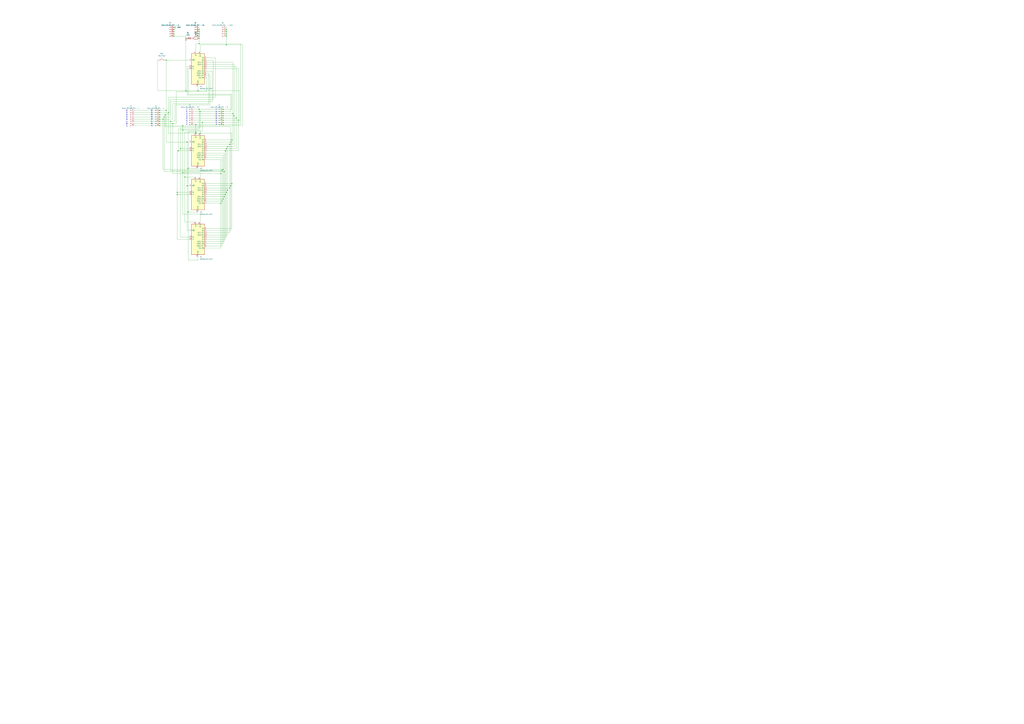
<source format=kicad_sch>
(kicad_sch (version 20231120) (generator "eeschema") (generator_version "8.0")
  (paper "A0")
  (lib_symbols
    (symbol "Connector:Conn_01x05_Pin" (pin_names (offset 1.016) hide)
      (property "Reference" "J" (at 0 7.62 0))
      (property "Value" "Conn_01x05_Pin" (at 0 -7.62 0))
      (symbol "Conn_01x05_Pin_1_1"
        (polyline (pts (xy 1.27 -5.08) (xy 0.8636 -5.08)) (stroke (width 0.1524)))
        (polyline (pts (xy 1.27 -2.54) (xy 0.8636 -2.54)) (stroke (width 0.1524)))
        (polyline (pts (xy 1.27 0) (xy 0.8636 0)) (stroke (width 0.1524)))
        (polyline (pts (xy 1.27 2.54) (xy 0.8636 2.54)) (stroke (width 0.1524)))
        (polyline (pts (xy 1.27 5.08) (xy 0.8636 5.08)) (stroke (width 0.1524)))
        (rectangle (start 0.8636 -4.953) (end 0 -5.207) (stroke (width 0.1524)) (fill (type outline)))
        (rectangle (start 0.8636 -2.413) (end 0 -2.667) (stroke (width 0.1524)) (fill (type outline)))
        (rectangle (start 0.8636 0.127) (end 0 -0.127) (stroke (width 0.1524)) (fill (type outline)))
        (rectangle (start 0.8636 2.667) (end 0 2.413) (stroke (width 0.1524)) (fill (type outline)))
        (rectangle (start 0.8636 5.207) (end 0 4.953) (stroke (width 0.1524)) (fill (type outline)))
        (pin passive line (at 5.08 5.08 180) (length 3.81) (name "Pin_1") (number "1"))
        (pin passive line (at 5.08 2.54 180) (length 3.81) (name "Pin_2") (number "2"))
        (pin passive line (at 5.08 0 180) (length 3.81) (name "Pin_3") (number "3"))
        (pin passive line (at 5.08 -2.54 180) (length 3.81) (name "Pin_4") (number "4"))
        (pin passive line (at 5.08 -5.08 180) (length 3.81) (name "Pin_5") (number "5"))
      )
    )
    (symbol "Connector:Conn_01x08_Pin" (pin_names (offset 1.016) hide)
      (property "Reference" "J" (at 0 10.16 0))
      (property "Value" "Conn_01x08_Pin" (at 0 -12.7 0))
      (symbol "Conn_01x08_Pin_1_1"
        (polyline (pts (xy 1.27 -10.16) (xy 0.8636 -10.16)) (stroke (width 0.1524)))
        (polyline (pts (xy 1.27 -7.62) (xy 0.8636 -7.62)) (stroke (width 0.1524)))
        (polyline (pts (xy 1.27 -5.08) (xy 0.8636 -5.08)) (stroke (width 0.1524)))
        (polyline (pts (xy 1.27 -2.54) (xy 0.8636 -2.54)) (stroke (width 0.1524)))
        (polyline (pts (xy 1.27 0) (xy 0.8636 0)) (stroke (width 0.1524)))
        (polyline (pts (xy 1.27 2.54) (xy 0.8636 2.54)) (stroke (width 0.1524)))
        (polyline (pts (xy 1.27 5.08) (xy 0.8636 5.08)) (stroke (width 0.1524)))
        (polyline (pts (xy 1.27 7.62) (xy 0.8636 7.62)) (stroke (width 0.1524)))
        (rectangle (start 0.8636 -10.033) (end 0 -10.287) (stroke (width 0.1524)) (fill (type outline)))
        (rectangle (start 0.8636 -7.493) (end 0 -7.747) (stroke (width 0.1524)) (fill (type outline)))
        (rectangle (start 0.8636 -4.953) (end 0 -5.207) (stroke (width 0.1524)) (fill (type outline)))
        (rectangle (start 0.8636 -2.413) (end 0 -2.667) (stroke (width 0.1524)) (fill (type outline)))
        (rectangle (start 0.8636 0.127) (end 0 -0.127) (stroke (width 0.1524)) (fill (type outline)))
        (rectangle (start 0.8636 2.667) (end 0 2.413) (stroke (width 0.1524)) (fill (type outline)))
        (rectangle (start 0.8636 5.207) (end 0 4.953) (stroke (width 0.1524)) (fill (type outline)))
        (rectangle (start 0.8636 7.747) (end 0 7.493) (stroke (width 0.1524)) (fill (type outline)))
        (pin passive line (at 5.08 7.62 180) (length 3.81) (name "Pin_1") (number "1"))
        (pin passive line (at 5.08 5.08 180) (length 3.81) (name "Pin_2") (number "2"))
        (pin passive line (at 5.08 2.54 180) (length 3.81) (name "Pin_3") (number "3"))
        (pin passive line (at 5.08 0 180) (length 3.81) (name "Pin_4") (number "4"))
        (pin passive line (at 5.08 -2.54 180) (length 3.81) (name "Pin_5") (number "5"))
        (pin passive line (at 5.08 -5.08 180) (length 3.81) (name "Pin_6") (number "6"))
        (pin passive line (at 5.08 -7.62 180) (length 3.81) (name "Pin_7") (number "7"))
        (pin passive line (at 5.08 -10.16 180) (length 3.81) (name "Pin_8") (number "8"))
      )
    )
    (symbol "Device:LED" (pin_numbers hide) (pin_names (offset 1.016) hide)
      (property "Reference" "D" (at 0 2.54 0))
      (property "Value" "LED" (at 0 -2.54 0))
      (symbol "LED_0_1"
        (polyline (pts (xy -1.27 -1.27) (xy -1.27 1.27)) (stroke (width 0.254)))
        (polyline (pts (xy -1.27 0) (xy 1.27 0)))
        (polyline (pts (xy 1.27 -1.27) (xy 1.27 1.27) (xy -1.27 0) (xy 1.27 -1.27)) (stroke (width 0.254)))
        (polyline (pts (xy -3.048 -0.762) (xy -4.572 -2.286) (xy -3.81 -2.286) (xy -4.572 -2.286) (xy -4.572 -1.524)))
        (polyline (pts (xy -1.778 -0.762) (xy -3.302 -2.286) (xy -2.54 -2.286) (xy -3.302 -2.286) (xy -3.302 -1.524)))
      )
      (symbol "LED_1_1"
        (pin passive line (at -3.81 0 0) (length 2.54) (name "K") (number "1"))
        (pin passive line (at 3.81 0 180) (length 2.54) (name "A") (number "2"))
      )
    )
    (symbol "Device:R" (pin_numbers hide) (pin_names (offset 0))
      (property "Reference" "R" (at 2.032 0 90))
      (property "Value" "R" (at 0 0 90))
      (symbol "R_0_1"
        (rectangle (start -1.016 -2.54) (end 1.016 2.54) (stroke (width 0.254)))
      )
      (symbol "R_1_1"
        (pin passive line (at 0 3.81 270) (length 1.27) (name "~") (number "1"))
        (pin passive line (at 0 -3.81 90) (length 1.27) (name "~") (number "2"))
      )
    )
    (symbol "MCU_Module:WeMos_D1_mini"
      (property "Reference" "U" (at 3.81 19.05 0))
      (property "Value" "WeMos_D1_mini" (at 1.27 -19.05 0))
      (symbol "WeMos_D1_mini_1_1"
        (rectangle (start -7.62 17.78) (end 7.62 -17.78) (stroke (width 0.254)) (fill (type background)))
        (pin input line (at -10.16 10.16 0) (length 2.54) (name "~{RST}") (number "1"))
        (pin power_in line (at 0 -20.32 90) (length 2.54) (name "GND") (number "10"))
        (pin bidirectional line (at 10.16 0 180) (length 2.54) (name "D4") (number "11"))
        (pin bidirectional line (at 10.16 2.54 180) (length 2.54) (name "D3") (number "12"))
        (pin bidirectional line (at 10.16 5.08 180) (length 2.54) (name "SDA/D2") (number "13"))
        (pin bidirectional line (at 10.16 7.62 180) (length 2.54) (name "SCL/D1") (number "14"))
        (pin input line (at -10.16 2.54 0) (length 2.54) (name "RX") (number "15"))
        (pin output line (at -10.16 0 0) (length 2.54) (name "TX") (number "16"))
        (pin input line (at 10.16 12.7 180) (length 2.54) (name "A0") (number "2"))
        (pin bidirectional line (at 10.16 10.16 180) (length 2.54) (name "D0") (number "3"))
        (pin bidirectional line (at 10.16 -2.54 180) (length 2.54) (name "SCK/D5") (number "4"))
        (pin bidirectional line (at 10.16 -5.08 180) (length 2.54) (name "MISO/D6") (number "5"))
        (pin bidirectional line (at 10.16 -7.62 180) (length 2.54) (name "MOSI/D7") (number "6"))
        (pin bidirectional line (at 10.16 -10.16 180) (length 2.54) (name "CS/D8") (number "7"))
        (pin power_out line (at 2.54 20.32 270) (length 2.54) (name "3V3") (number "8"))
        (pin power_in line (at -2.54 20.32 270) (length 2.54) (name "5V") (number "9"))
      )
    )
    (symbol "Switch:SW_Push" (pin_numbers hide) (pin_names (offset 1.016) hide)
      (property "Reference" "SW" (at 1.27 2.54 0))
      (property "Value" "SW_Push" (at 0 -1.524 0))
      (symbol "SW_Push_0_1"
        (circle (center -2.032 0) (radius 0.508))
        (polyline (pts (xy 0 1.27) (xy 0 3.048)))
        (polyline (pts (xy 2.54 1.27) (xy -2.54 1.27)))
        (circle (center 2.032 0) (radius 0.508))
        (pin passive line (at -5.08 0 0) (length 2.54) (name "1") (number "1"))
        (pin passive line (at 5.08 0 180) (length 2.54) (name "2") (number "2"))
      )
    )
    (symbol "power:GND" (power) (pin_numbers hide) (pin_names (offset 0) hide)
      (property "Value" "GND" (at 0 -3.81 0))
      (symbol "GND_0_1"
        (polyline (pts (xy 0 0) (xy 0 -1.27) (xy 1.27 -1.27) (xy 0 -2.54) (xy -1.27 -1.27) (xy 0 -1.27)))
      )
      (symbol "GND_1_1"
        (pin power_in line (at 0 0 270) (length 0) (name "~") (number "1"))
      )
    )
  )
  (junction (at 267.97 165.1))
  (junction (at 261.62 226.06))
  (junction (at 190.5 135.89))
  (junction (at 262.89 52.07))
  (junction (at 231.14 39.37))
  (junction (at 259.08 134.62))
  (junction (at 259.08 144.78))
  (junction (at 205.74 223.52))
  (junction (at 259.08 142.24))
  (junction (at 257.81 233.68))
  (junction (at 209.55 172.72))
  (junction (at 262.89 34.29))
  (junction (at 217.17 165.1))
  (junction (at 185.42 133.35))
  (junction (at 227.33 144.78))
  (junction (at 212.09 151.13))
  (junction (at 269.24 213.36))
  (junction (at 231.14 34.29))
  (junction (at 259.08 129.54))
  (junction (at 269.24 162.56))
  (junction (at 264.16 220.98))
  (junction (at 201.93 41.91))
  (junction (at 256.54 236.22))
  (junction (at 193.04 69.85))
  (junction (at 231.14 50.8))
  (junction (at 262.89 223.52))
  (junction (at 212.09 200.66))
  (junction (at 260.35 228.6))
  (junction (at 270.51 132.08))
  (junction (at 185.42 146.05))
  (junction (at 185.42 130.81))
  (junction (at 261.62 175.26))
  (junction (at 262.89 41.91))
  (junction (at 189.23 138.43))
  (junction (at 274.32 137.16))
  (junction (at 231.14 41.91))
  (junction (at 256.54 201.93))
  (junction (at 214.63 205.74))
  (junction (at 227.33 154.94))
  (junction (at 262.89 39.37))
  (junction (at 259.08 137.16))
  (junction (at 232.41 129.54))
  (junction (at 259.08 139.7))
  (junction (at 259.08 196.85))
  (junction (at 262.89 36.83))
  (junction (at 259.08 231.14))
  (junction (at 260.35 199.39))
  (junction (at 232.41 154.94))
  (junction (at 185.42 140.97))
  (junction (at 267.97 215.9))
  (junction (at 259.08 132.08))
  (junction (at 264.16 170.18))
  (junction (at 185.42 138.43))
  (junction (at 215.9 105.41))
  (junction (at 185.42 143.51))
  (junction (at 201.93 36.83))
  (junction (at 193.04 128.27))
  (junction (at 201.93 31.75))
  (junction (at 231.14 44.45))
  (junction (at 201.93 34.29))
  (junction (at 207.01 175.26))
  (junction (at 200.66 143.51))
  (junction (at 257.81 198.12))
  (junction (at 198.12 140.97))
  (junction (at 266.7 218.44))
  (junction (at 227.33 153.67))
  (junction (at 195.58 130.81))
  (junction (at 212.09 146.05))
  (junction (at 231.14 127))
  (junction (at 234.95 142.24))
  (junction (at 191.77 133.35))
  (junction (at 276.86 139.7))
  (junction (at 262.89 172.72))
  (junction (at 266.7 167.64))
  (junction (at 185.42 135.89))
  (junction (at 259.08 127))
  (junction (at 201.93 39.37))
  (junction (at 271.78 134.62))
  (junction (at 218.44 246.38))
  (junction (at 218.44 195.58))
  (junction (at 205.74 226.06))
  (junction (at 185.42 128.27))
  (junction (at 215.9 44.45))
  (junction (at 231.14 36.83))
  (junction (at 217.17 215.9))
  (junction (at 229.87 105.41))
  (wire (pts (xy 276.86 139.7) (xy 276.86 175.26)))
  (wire (pts (xy 201.93 31.75) (xy 201.93 34.29)))
  (wire (pts (xy 198.12 118.11) (xy 246.38 118.11)))
  (wire (pts (xy 219.71 80.01) (xy 218.44 80.01)))
  (wire (pts (xy 269.24 154.94) (xy 269.24 162.56)))
  (wire (pts (xy 271.78 74.93) (xy 271.78 134.62)))
  (wire (pts (xy 234.95 142.24) (xy 259.08 142.24)))
  (wire (pts (xy 231.14 41.91) (xy 231.14 44.45)))
  (wire (pts (xy 185.42 130.81) (xy 195.58 130.81)))
  (wire (pts (xy 266.7 218.44) (xy 266.7 167.64)))
  (wire (pts (xy 219.71 267.97) (xy 217.17 267.97)))
  (wire (pts (xy 240.03 69.85) (xy 247.65 69.85)))
  (wire (pts (xy 217.17 215.9) (xy 217.17 165.1)))
  (wire (pts (xy 212.09 200.66) (xy 212.09 151.13)))
  (wire (pts (xy 266.7 167.64) (xy 240.03 167.64)))
  (wire (pts (xy 209.55 148.59) (xy 232.41 148.59)))
  (wire (pts (xy 242.57 85.09) (xy 242.57 120.65)))
  (wire (pts (xy 227.33 205.74) (xy 214.63 205.74)))
  (wire (pts (xy 231.14 149.86) (xy 207.01 149.86)))
  (wire (pts (xy 259.08 144.78) (xy 279.4 144.78)))
  (wire (pts (xy 257.81 198.12) (xy 198.12 198.12)))
  (wire (pts (xy 217.17 215.9) (xy 219.71 215.9)))
  (wire (pts (xy 240.03 218.44) (xy 266.7 218.44)))
  (wire (pts (xy 270.51 72.39) (xy 270.51 132.08)))
  (wire (pts (xy 266.7 270.51) (xy 266.7 218.44)))
  (wire (pts (xy 267.97 165.1) (xy 267.97 215.9)))
  (wire (pts (xy 232.41 151.13) (xy 232.41 154.94)))
  (wire (pts (xy 227.33 153.67) (xy 214.63 153.67)))
  (wire (pts (xy 231.14 31.75) (xy 231.14 34.29)))
  (wire (pts (xy 200.66 138.43) (xy 189.23 138.43)))
  (wire (pts (xy 240.03 170.18) (xy 264.16 170.18)))
  (wire (pts (xy 262.89 172.72) (xy 274.32 172.72)))
  (wire (pts (xy 271.78 134.62) (xy 271.78 170.18)))
  (wire (pts (xy 250.19 67.31) (xy 240.03 67.31)))
  (wire (pts (xy 212.09 146.05) (xy 185.42 146.05)))
  (wire (pts (xy 269.24 109.22) (xy 269.24 127)))
  (wire (pts (xy 256.54 201.93) (xy 256.54 236.22)))
  (wire (pts (xy 240.03 90.17) (xy 240.03 106.68)))
  (wire (pts (xy 205.74 223.52) (xy 205.74 226.06)))
  (wire (pts (xy 269.24 265.43) (xy 269.24 213.36)))
  (wire (pts (xy 182.88 69.85) (xy 182.88 105.41)))
  (wire (pts (xy 262.89 223.52) (xy 262.89 172.72)))
  (wire (pts (xy 259.08 129.54) (xy 267.97 129.54)))
  (wire (pts (xy 269.24 213.36) (xy 269.24 162.56)))
  (wire (pts (xy 240.03 74.93) (xy 271.78 74.93)))
  (wire (pts (xy 218.44 246.38) (xy 218.44 302.26)))
  (wire (pts (xy 276.86 175.26) (xy 261.62 175.26)))
  (wire (pts (xy 262.89 34.29) (xy 262.89 36.83)))
  (wire (pts (xy 191.77 147.32) (xy 191.77 133.35)))
  (wire (pts (xy 240.03 213.36) (xy 269.24 213.36)))
  (wire (pts (xy 260.35 228.6) (xy 260.35 199.39)))
  (wire (pts (xy 267.97 147.32) (xy 191.77 147.32)))
  (wire (pts (xy 259.08 132.08) (xy 270.51 132.08)))
  (wire (pts (xy 200.66 201.93) (xy 256.54 201.93)))
  (wire (pts (xy 274.32 172.72) (xy 274.32 137.16)))
  (wire (pts (xy 247.65 115.57) (xy 196.85 115.57)))
  (wire (pts (xy 264.16 273.05) (xy 240.03 273.05)))
  (wire (pts (xy 224.79 137.16) (xy 259.08 137.16)))
  (wire (pts (xy 231.14 39.37) (xy 231.14 41.91)))
  (wire (pts (xy 240.03 288.29) (xy 256.54 288.29)))
  (wire (pts (xy 231.14 127) (xy 231.14 149.86)))
  (wire (pts (xy 224.79 134.62) (xy 259.08 134.62)))
  (wire (pts (xy 205.74 175.26) (xy 205.74 223.52)))
  (wire (pts (xy 261.62 226.06) (xy 240.03 226.06)))
  (wire (pts (xy 212.09 248.92) (xy 212.09 200.66)))
  (wire (pts (xy 267.97 215.9) (xy 240.03 215.9)))
  (wire (pts (xy 219.71 223.52) (xy 205.74 223.52)))
  (wire (pts (xy 205.74 226.06) (xy 219.71 226.06)))
  (wire (pts (xy 261.62 175.26) (xy 261.62 226.06)))
  (wire (pts (xy 232.41 129.54) (xy 259.08 129.54)))
  (wire (pts (xy 240.03 106.68) (xy 204.47 106.68)))
  (wire (pts (xy 218.44 246.38) (xy 218.44 195.58)))
  (wire (pts (xy 271.78 134.62) (xy 259.08 134.62)))
  (wire (pts (xy 256.54 185.42) (xy 256.54 201.93)))
  (wire (pts (xy 190.5 199.39) (xy 190.5 135.89)))
  (wire (pts (xy 231.14 36.83) (xy 231.14 39.37)))
  (wire (pts (xy 229.87 105.41) (xy 278.13 105.41)))
  (wire (pts (xy 196.85 115.57) (xy 196.85 133.35)))
  (wire (pts (xy 198.12 140.97) (xy 203.2 140.97)))
  (wire (pts (xy 218.44 195.58) (xy 229.87 195.58)))
  (wire (pts (xy 262.89 31.75) (xy 262.89 34.29)))
  (wire (pts (xy 259.08 231.14) (xy 259.08 283.21)))
  (wire (pts (xy 224.79 127) (xy 231.14 127)))
  (wire (pts (xy 279.4 144.78) (xy 279.4 50.8)))
  (wire (pts (xy 262.89 275.59) (xy 262.89 223.52)))
  (wire (pts (xy 260.35 228.6) (xy 240.03 228.6)))
  (wire (pts (xy 217.17 165.1) (xy 193.04 165.1)))
  (wire (pts (xy 224.79 132.08) (xy 259.08 132.08)))
  (wire (pts (xy 267.97 267.97) (xy 240.03 267.97)))
  (wire (pts (xy 201.93 41.91) (xy 215.9 41.91)))
  (wire (pts (xy 156.21 138.43) (xy 185.42 138.43)))
  (wire (pts (xy 240.03 72.39) (xy 270.51 72.39)))
  (wire (pts (xy 215.9 44.45) (xy 215.9 105.41)))
  (wire (pts (xy 247.65 69.85) (xy 247.65 115.57)))
  (wire (pts (xy 231.14 127) (xy 259.08 127)))
  (wire (pts (xy 224.79 142.24) (xy 234.95 142.24)))
  (wire (pts (xy 240.03 175.26) (xy 261.62 175.26)))
  (wire (pts (xy 207.01 175.26) (xy 219.71 175.26)))
  (wire (pts (xy 219.71 278.13) (xy 205.74 278.13)))
  (wire (pts (xy 260.35 199.39) (xy 190.5 199.39)))
  (wire (pts (xy 185.42 143.51) (xy 200.66 143.51)))
  (wire (pts (xy 232.41 52.07) (xy 262.89 52.07)))
  (wire (pts (xy 267.97 165.1) (xy 267.97 147.32)))
  (wire (pts (xy 262.89 36.83) (xy 262.89 39.37)))
  (wire (pts (xy 196.85 133.35) (xy 191.77 133.35)))
  (wire (pts (xy 281.94 146.05) (xy 212.09 146.05)))
  (wire (pts (xy 256.54 236.22) (xy 256.54 288.29)))
  (wire (pts (xy 240.03 275.59) (xy 262.89 275.59)))
  (wire (pts (xy 189.23 138.43) (xy 189.23 196.85)))
  (wire (pts (xy 156.21 130.81) (xy 185.42 130.81)))
  (wire (pts (xy 229.87 246.38) (xy 218.44 246.38)))
  (wire (pts (xy 191.77 133.35) (xy 185.42 133.35)))
  (wire (pts (xy 215.9 105.41) (xy 229.87 105.41)))
  (wire (pts (xy 224.79 144.78) (xy 227.33 144.78)))
  (wire (pts (xy 156.21 146.05) (xy 185.42 146.05)))
  (wire (pts (xy 212.09 151.13) (xy 232.41 151.13)))
  (wire (pts (xy 262.89 223.52) (xy 240.03 223.52)))
  (wire (pts (xy 257.81 182.88) (xy 240.03 182.88)))
  (wire (pts (xy 227.33 154.94) (xy 227.33 153.67)))
  (wire (pts (xy 262.89 52.07) (xy 262.89 41.91)))
  (wire (pts (xy 205.74 175.26) (xy 207.01 175.26)))
  (wire (pts (xy 270.51 167.64) (xy 270.51 132.08)))
  (wire (pts (xy 259.08 283.21) (xy 240.03 283.21)))
  (wire (pts (xy 227.33 154.94) (xy 232.41 154.94)))
  (wire (pts (xy 219.71 69.85) (xy 193.04 69.85)))
  (wire (pts (xy 240.03 85.09) (xy 242.57 85.09)))
  (wire (pts (xy 203.2 121.92) (xy 243.84 121.92)))
  (wire (pts (xy 267.97 215.9) (xy 267.97 267.97)))
  (wire (pts (xy 193.04 165.1) (xy 193.04 128.27)))
  (wire (pts (xy 189.23 138.43) (xy 185.42 138.43)))
  (wire (pts (xy 240.03 185.42) (xy 256.54 185.42)))
  (wire (pts (xy 256.54 236.22) (xy 240.03 236.22)))
  (wire (pts (xy 227.33 50.8) (xy 227.33 59.69)))
  (wire (pts (xy 212.09 146.05) (xy 212.09 151.13)))
  (wire (pts (xy 260.35 280.67) (xy 260.35 228.6)))
  (wire (pts (xy 240.03 180.34) (xy 259.08 180.34)))
  (wire (pts (xy 201.93 36.83) (xy 201.93 39.37)))
  (wire (pts (xy 198.12 198.12) (xy 198.12 140.97)))
  (wire (pts (xy 240.03 177.8) (xy 260.35 177.8)))
  (wire (pts (xy 204.47 106.68) (xy 204.47 143.51)))
  (wire (pts (xy 190.5 135.89) (xy 198.12 135.89)))
  (wire (pts (xy 262.89 39.37) (xy 262.89 41.91)))
  (wire (pts (xy 259.08 196.85) (xy 259.08 231.14)))
  (wire (pts (xy 231.14 34.29) (xy 231.14 36.83)))
  (wire (pts (xy 201.93 34.29) (xy 201.93 36.83)))
  (wire (pts (xy 232.41 129.54) (xy 232.41 148.59)))
  (wire (pts (xy 227.33 144.78) (xy 227.33 153.67)))
  (wire (pts (xy 200.66 143.51) (xy 204.47 143.51)))
  (wire (pts (xy 224.79 129.54) (xy 232.41 129.54)))
  (wire (pts (xy 218.44 195.58) (xy 218.44 152.4)))
  (wire (pts (xy 217.17 267.97) (xy 217.17 215.9)))
  (wire (pts (xy 189.23 196.85) (xy 259.08 196.85)))
  (wire (pts (xy 156.21 128.27) (xy 185.42 128.27)))
  (wire (pts (xy 257.81 233.68) (xy 240.03 233.68)))
  (wire (pts (xy 217.17 165.1) (xy 219.71 165.1)))
  (wire (pts (xy 269.24 162.56) (xy 240.03 162.56)))
  (wire (pts (xy 209.55 172.72) (xy 209.55 275.59)))
  (wire (pts (xy 262.89 52.07) (xy 281.94 52.07)))
  (wire (pts (xy 264.16 170.18) (xy 264.16 220.98)))
  (wire (pts (xy 203.2 140.97) (xy 203.2 121.92)))
  (wire (pts (xy 232.41 248.92) (xy 212.09 248.92)))
  (wire (pts (xy 207.01 149.86) (xy 207.01 175.26)))
  (wire (pts (xy 229.87 105.41) (xy 229.87 100.33)))
  (wire (pts (xy 219.71 77.47) (xy 217.17 77.47)))
  (wire (pts (xy 240.03 270.51) (xy 266.7 270.51)))
  (wire (pts (xy 276.86 80.01) (xy 276.86 139.7)))
  (wire (pts (xy 250.19 113.03) (xy 250.19 67.31)))
  (wire (pts (xy 185.42 140.97) (xy 198.12 140.97)))
  (wire (pts (xy 261.62 278.13) (xy 240.03 278.13)))
  (wire (pts (xy 205.74 278.13) (xy 205.74 226.06)))
  (wire (pts (xy 246.38 82.55) (xy 240.03 82.55)))
  (wire (pts (xy 195.58 130.81) (xy 195.58 154.94)))
  (wire (pts (xy 218.44 80.01) (xy 218.44 109.22)))
  (wire (pts (xy 198.12 135.89) (xy 198.12 118.11)))
  (wire (pts (xy 193.04 69.85) (xy 193.04 128.27)))
  (wire (pts (xy 224.79 139.7) (xy 259.08 139.7)))
  (wire (pts (xy 217.17 77.47) (xy 217.17 110.49)))
  (wire (pts (xy 257.81 233.68) (xy 257.81 198.12)))
  (wire (pts (xy 240.03 80.01) (xy 276.86 80.01)))
  (wire (pts (xy 261.62 226.06) (xy 261.62 278.13)))
  (wire (pts (xy 212.09 200.66) (xy 232.41 200.66)))
  (wire (pts (xy 271.78 170.18) (xy 264.16 170.18)))
  (wire (pts (xy 156.21 135.89) (xy 185.42 135.89)))
  (wire (pts (xy 257.81 198.12) (xy 257.81 182.88)))
  (wire (pts (xy 195.58 154.94) (xy 227.33 154.94)))
  (wire (pts (xy 260.35 199.39) (xy 260.35 177.8)))
  (wire (pts (xy 182.88 105.41) (xy 215.9 105.41)))
  (wire (pts (xy 281.94 52.07) (xy 281.94 146.05)))
  (wire (pts (xy 243.84 87.63) (xy 240.03 87.63)))
  (wire (pts (xy 156.21 143.51) (xy 185.42 143.51)))
  (wire (pts (xy 185.42 128.27) (xy 193.04 128.27)))
  (wire (pts (xy 278.13 142.24) (xy 259.08 142.24)))
  (wire (pts (xy 232.41 200.66) (xy 232.41 205.74)))
  (wire (pts (xy 278.13 105.41) (xy 278.13 142.24)))
  (wire (pts (xy 259.08 127) (xy 269.24 127)))
  (wire (pts (xy 266.7 167.64) (xy 270.51 167.64)))
  (wire (pts (xy 240.03 280.67) (xy 260.35 280.67)))
  (wire (pts (xy 246.38 118.11) (xy 246.38 82.55)))
  (wire (pts (xy 218.44 152.4) (xy 234.95 152.4)))
  (wire (pts (xy 156.21 133.35) (xy 185.42 133.35)))
  (wire (pts (xy 229.87 302.26) (xy 229.87 298.45)))
  (wire (pts (xy 264.16 220.98) (xy 240.03 220.98)))
  (wire (pts (xy 232.41 59.69) (xy 232.41 52.07)))
  (wire (pts (xy 232.41 257.81) (xy 232.41 248.92)))
  (wire (pts (xy 227.33 144.78) (xy 259.08 144.78)))
  (wire (pts (xy 185.42 135.89) (xy 190.5 135.89)))
  (wire (pts (xy 214.63 205.74) (xy 214.63 257.81)))
  (wire (pts (xy 214.63 257.81) (xy 227.33 257.81)))
  (wire (pts (xy 214.63 153.67) (xy 214.63 205.74)))
  (wire (pts (xy 234.95 152.4) (xy 234.95 142.24)))
  (wire (pts (xy 279.4 50.8) (xy 231.14 50.8)))
  (wire (pts (xy 240.03 285.75) (xy 257.81 285.75)))
  (wire (pts (xy 231.14 44.45) (xy 231.14 50.8)))
  (wire (pts (xy 264.16 220.98) (xy 264.16 273.05)))
  (wire (pts (xy 231.14 50.8) (xy 227.33 50.8)))
  (wire (pts (xy 276.86 139.7) (xy 259.08 139.7)))
  (wire (pts (xy 195.58 130.81) (xy 195.58 113.03)))
  (wire (pts (xy 232.41 154.94) (xy 269.24 154.94)))
  (wire (pts (xy 240.03 265.43) (xy 269.24 265.43)))
  (wire (pts (xy 195.58 113.03) (xy 250.19 113.03)))
  (wire (pts (xy 200.66 120.65) (xy 200.66 138.43)))
  (wire (pts (xy 200.66 143.51) (xy 200.66 201.93)))
  (wire (pts (xy 217.17 110.49) (xy 267.97 110.49)))
  (wire (pts (xy 156.21 140.97) (xy 185.42 140.97)))
  (wire (pts (xy 201.93 39.37) (xy 201.93 41.91)))
  (wire (pts (xy 215.9 41.91) (xy 215.9 44.45)))
  (wire (pts (xy 267.97 110.49) (xy 267.97 129.54)))
  (wire (pts (xy 262.89 172.72) (xy 240.03 172.72)))
  (wire (pts (xy 274.32 137.16) (xy 259.08 137.16)))
  (wire (pts (xy 240.03 77.47) (xy 274.32 77.47)))
  (wire (pts (xy 209.55 275.59) (xy 219.71 275.59)))
  (wire (pts (xy 257.81 285.75) (xy 257.81 233.68)))
  (wire (pts (xy 243.84 121.92) (xy 243.84 87.63)))
  (wire (pts (xy 274.32 77.47) (xy 274.32 137.16)))
  (wire (pts (xy 242.57 120.65) (xy 200.66 120.65)))
  (wire (pts (xy 218.44 109.22) (xy 269.24 109.22)))
  (wire (pts (xy 240.03 165.1) (xy 267.97 165.1)))
  (wire (pts (xy 218.44 302.26) (xy 229.87 302.26)))
  (wire (pts (xy 259.08 231.14) (xy 240.03 231.14)))
  (wire (pts (xy 219.71 172.72) (xy 209.55 172.72)))
  (wire (pts (xy 209.55 172.72) (xy 209.55 148.59)))
  (wire (pts (xy 259.08 180.34) (xy 259.08 196.85)))
  (text "5v G D4 D3 D2 D1 RX TX" (at 251.206 135.89 90) (effects (font (size 0.9652 0.9652))))
  (text "5v G D4 D3 D2 D1 RX TX" (at 216.916 135.636 90) (effects (font (size 0.9652 0.9652))))
  (text "3v D8 D7 D6 D5 D0 A0 RS" (at 176.276 137.16 90) (effects (font (size 0.9652 0.9652))))
  (text "3v D8 D7 D6 D5 D0 A0 RS" (at 147.32 137.414 90) (effects (font (size 0.9652 0.9652))))
  (symbol (lib_id "Connector:Conn_01x08_Pin") (at 219.71 134.62 0) (unit 1)
    (property "Reference" "J1" (at 220.345 121.92 0))
    (property "Value" "Conn_01x08_Pin - R" (at 220.345 124.46 0))
    (property "Footprint" "Connector_PinHeader_2.54mm:PinHeader_1x08_P2.54mm_Vertical" (effects (hide yes)))
    (property "Description" "Generic connector, single row, 01x08, script generated" (effects (hide yes)))
  )
  (symbol (lib_id "Switch:SW_Push") (at 187.96 69.85 0) (unit 1)
    (property "Reference" "SW1" (at 187.96 62.23 0))
    (property "Value" "SW_Push" (at 187.96 64.77 0))
    (property "Footprint" "Button_Switch_THT:SW_PUSH_6mm_H5mm" (effects (hide yes)))
    (property "Description" "Push button switch, generic, two pins" (effects (hide yes)))
  )
  (symbol (lib_id "power:GND") (at 201.93 31.75 90) (unit 1)
    (property "Reference" "#PWR01" (effects (hide yes)))
    (property "Value" "GND" (at 205.74 31.7499 90) (effects (justify right)))
    (property "Description" "Power symbol creates a global label with name \"GND\" , ground" (effects (hide yes)))
  )
  (symbol (lib_id "Connector:Conn_01x08_Pin") (at 254 134.62 0) (unit 1)
    (property "Reference" "J4" (at 254.635 121.92 0))
    (property "Value" "Conn_01x08_Pin - R" (at 254.635 124.46 0))
    (property "Footprint" "TerminalBlock_RND:TerminalBlock_RND_205-00018_1x08_P5.00mm_Horizontal" (effects (hide yes)))
    (property "Description" "Generic connector, single row, 01x08, script generated" (effects (hide yes)))
  )
  (symbol (lib_id "MCU_Module:WeMos_D1_mini") (at 229.87 226.06 0) (unit 1)
    (property "Reference" "U3" (at 232.0641 246.38 0) (effects (justify left)))
    (property "Value" "WeMos_D1_mini" (at 232.0641 248.92 0) (effects (justify left)))
    (property "Footprint" "Module:WEMOS_D1_mini_light" (effects (hide yes)))
    (property "Datasheet" "https://wiki.wemos.cc/products:d1:d1_mini#documentation" (effects (hide yes)))
    (property "Description" "32-bit microcontroller module with WiFi" (effects (hide yes)))
  )
  (symbol (lib_id "Device:LED") (at 219.71 44.45 0) (unit 1)
    (property "Reference" "D1" (at 218.1225 38.1 0))
    (property "Value" "LED" (at 218.1225 40.64 0))
    (property "Footprint" "LED_THT:LED_D3.0mm" (effects (hide yes)))
    (property "Description" "Light emitting diode" (effects (hide yes)))
  )
  (symbol (lib_id "Connector:Conn_01x08_Pin") (at 180.34 135.89 0) (unit 1)
    (property "Reference" "J2" (at 180.975 123.19 0))
    (property "Value" "Conn_01x08_Pin - L" (at 180.975 125.73 0))
    (property "Footprint" "Connector_PinHeader_2.54mm:PinHeader_1x08_P2.54mm_Vertical" (effects (hide yes)))
    (property "Description" "Generic connector, single row, 01x08, script generated" (effects (hide yes)))
  )
  (symbol (lib_id "MCU_Module:WeMos_D1_mini") (at 229.87 175.26 0) (unit 1)
    (property "Reference" "U2" (at 232.0641 195.58 0) (effects (justify left)))
    (property "Value" "WeMos_D1_mini" (at 232.0641 198.12 0) (effects (justify left)))
    (property "Footprint" "Module:WEMOS_D1_mini_light" (effects (hide yes)))
    (property "Datasheet" "https://wiki.wemos.cc/products:d1:d1_mini#documentation" (effects (hide yes)))
    (property "Description" "32-bit microcontroller module with WiFi" (effects (hide yes)))
  )
  (symbol (lib_id "Connector:Conn_01x05_Pin") (at 226.06 36.83 0) (unit 1)
    (property "Reference" "J5" (at 226.695 26.67 0))
    (property "Value" "Conn_01x05_Pin - 5v" (at 226.695 29.21 0))
    (property "Footprint" "Connector_PinSocket_2.54mm:PinSocket_1x05_P2.54mm_Vertical" (effects (hide yes)))
    (property "Description" "Generic connector, single row, 01x05, script generated" (effects (hide yes)))
  )
  (symbol (lib_id "MCU_Module:WeMos_D1_mini") (at 229.87 278.13 0) (unit 1)
    (property "Reference" "U4" (at 232.0641 298.45 0) (effects (justify left)))
    (property "Value" "WeMos_D1_mini" (at 232.0641 300.99 0) (effects (justify left)))
    (property "Footprint" "Module:WEMOS_D1_mini_light" (effects (hide yes)))
    (property "Datasheet" "https://wiki.wemos.cc/products:d1:d1_mini#documentation" (effects (hide yes)))
    (property "Description" "32-bit microcontroller module with WiFi" (effects (hide yes)))
  )
  (symbol (lib_id "Connector:Conn_01x05_Pin") (at 257.81 36.83 0) (unit 1)
    (property "Reference" "J6" (at 258.445 26.67 0))
    (property "Value" "Conn_01x05_Pin  - 3.3v" (at 258.445 29.21 0))
    (property "Footprint" "Connector_PinSocket_2.54mm:PinSocket_1x05_P2.54mm_Vertical" (effects (hide yes)))
    (property "Description" "Generic connector, single row, 01x05, script generated" (effects (hide yes)))
  )
  (symbol (lib_id "MCU_Module:WeMos_D1_mini") (at 229.87 80.01 0) (unit 1)
    (property "Reference" "U1" (at 232.0641 100.33 0) (effects (justify left)))
    (property "Value" "WeMos_D1_mini" (at 232.0641 102.87 0) (effects (justify left)))
    (property "Footprint" "Module:WEMOS_D1_mini_light" (effects (hide yes)))
    (property "Datasheet" "https://wiki.wemos.cc/products:d1:d1_mini#documentation" (effects (hide yes)))
    (property "Description" "32-bit microcontroller module with WiFi" (effects (hide yes)))
  )
  (symbol (lib_id "Connector:Conn_01x05_Pin") (at 196.85 36.83 0) (unit 1)
    (property "Reference" "J7" (at 197.485 26.67 0))
    (property "Value" "Conn_01x05_Pin - G" (at 197.485 29.21 0))
    (property "Footprint" "Connector_PinSocket_2.54mm:PinSocket_1x05_P2.54mm_Vertical" (effects (hide yes)))
    (property "Description" "Generic connector, single row, 01x05, script generated" (effects (hide yes)))
  )
  (symbol (lib_id "Connector:Conn_01x08_Pin") (at 151.13 135.89 0) (unit 1)
    (property "Reference" "J3" (at 151.765 123.19 0))
    (property "Value" "Conn_01x08_Pin - L" (at 151.765 125.73 0))
    (property "Footprint" "TerminalBlock_RND:TerminalBlock_RND_205-00018_1x08_P5.00mm_Horizontal" (effects (hide yes)))
    (property "Description" "Generic connector, single row, 01x08, script generated" (effects (hide yes)))
  )
  (symbol (lib_id "Device:R") (at 227.33 44.45 90) (unit 1)
    (property "Reference" "R1" (at 227.33 38.1 90))
    (property "Value" "R" (at 227.33 40.64 90))
    (property "Footprint" "Resistor_THT:R_Axial_DIN0207_L6.3mm_D2.5mm_P7.62mm_Horizontal" (effects (hide yes)))
    (property "Description" "Resistor" (effects (hide yes)))
  )
)
</source>
